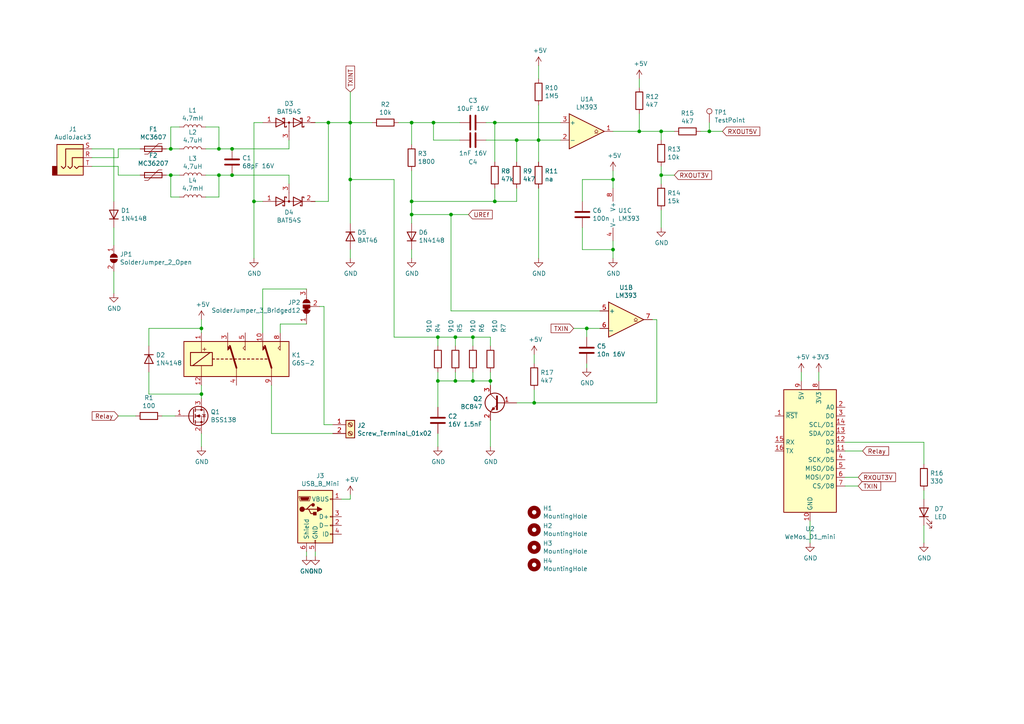
<source format=kicad_sch>
(kicad_sch (version 20211123) (generator eeschema)
  (paper "A4")
  (lib_symbols
    (symbol "Comparator:LM393" (pin_names (offset 0.127))
      (property "Reference" "U" (at 3.81 3.81 0))
      (property "Value" "LM393" (at 6.35 -3.81 0))
      (symbol "LM393_1_1"
        (polyline (pts (xy -5.08 5.08) (xy 5.08 0) (xy -5.08 -5.08) (xy -5.08 5.08)) (stroke (width 0.254)) (fill (type background)))
        (polyline (pts (xy 3.302 -0.508) (xy 2.794 -0.508) (xy 3.302 0) (xy 2.794 0.508) (xy 2.286 0) (xy 2.794 -0.508) (xy 2.286 -0.508)) (stroke (width 0.127)))
        (pin open_collector line (at 7.62 0 180) (length 2.54) (name "~") (number "1"))
        (pin input line (at -7.62 -2.54 0) (length 2.54) (name "-") (number "2"))
        (pin input line (at -7.62 2.54 0) (length 2.54) (name "+") (number "3"))
      )
      (symbol "LM393_2_1"
        (polyline (pts (xy -5.08 5.08) (xy 5.08 0) (xy -5.08 -5.08) (xy -5.08 5.08)) (stroke (width 0.254)) (fill (type background)))
        (polyline (pts (xy 3.302 -0.508) (xy 2.794 -0.508) (xy 3.302 0) (xy 2.794 0.508) (xy 2.286 0) (xy 2.794 -0.508) (xy 2.286 -0.508)) (stroke (width 0.127)))
        (pin input line (at -7.62 2.54 0) (length 2.54) (name "+") (number "5"))
        (pin input line (at -7.62 -2.54 0) (length 2.54) (name "_") (number "6"))
        (pin open_collector line (at 7.62 0 180) (length 2.54) (name "~") (number "7"))
      )
      (symbol "LM393_3_1"
        (pin power_in line (at -2.54 -7.62 90) (length 3.81) (name "V-") (number "4"))
        (pin power_in line (at -2.54 7.62 270) (length 3.81) (name "V+") (number "8"))
      )
    )
    (symbol "Connector:AudioJack3"
      (property "Reference" "J" (at 0 8.89 0))
      (property "Value" "AudioJack3" (at 0 6.35 0))
      (symbol "AudioJack3_0_1"
        (rectangle (start -5.08 -5.08) (end -6.35 -2.54) (stroke (width 0.254)) (fill (type outline)))
        (polyline (pts (xy 0 -2.54) (xy 0.635 -3.175) (xy 1.27 -2.54) (xy 2.54 -2.54)) (stroke (width 0.254)))
        (polyline (pts (xy -1.905 -2.54) (xy -1.27 -3.175) (xy -0.635 -2.54) (xy -0.635 0) (xy 2.54 0)) (stroke (width 0.254)))
        (polyline (pts (xy 2.54 2.54) (xy -2.54 2.54) (xy -2.54 -2.54) (xy -3.175 -3.175) (xy -3.81 -2.54)) (stroke (width 0.254)))
        (rectangle (start 2.54 3.81) (end -5.08 -5.08) (stroke (width 0.254)) (fill (type background)))
      )
      (symbol "AudioJack3_1_1"
        (pin passive line (at 5.08 0 180) (length 2.54) (name "~") (number "R"))
        (pin passive line (at 5.08 2.54 180) (length 2.54) (name "~") (number "S"))
        (pin passive line (at 5.08 -2.54 180) (length 2.54) (name "~") (number "T"))
      )
    )
    (symbol "Connector:Screw_Terminal_01x02" (pin_names (offset 1.016) hide)
      (property "Reference" "J" (at 0 2.54 0))
      (property "Value" "Screw_Terminal_01x02" (at 0 -5.08 0))
      (symbol "Screw_Terminal_01x02_1_1"
        (rectangle (start -1.27 1.27) (end 1.27 -3.81) (stroke (width 0.254)) (fill (type background)))
        (circle (center 0 -2.54) (radius 0.635) (stroke (width 0.1524)))
        (polyline (pts (xy -0.5334 -2.2098) (xy 0.3302 -3.048)) (stroke (width 0.1524)))
        (polyline (pts (xy -0.5334 0.3302) (xy 0.3302 -0.508)) (stroke (width 0.1524)))
        (polyline (pts (xy -0.3556 -2.032) (xy 0.508 -2.8702)) (stroke (width 0.1524)))
        (polyline (pts (xy -0.3556 0.508) (xy 0.508 -0.3302)) (stroke (width 0.1524)))
        (circle (center 0 0) (radius 0.635) (stroke (width 0.1524)))
        (pin passive line (at -5.08 0 0) (length 3.81) (name "Pin_1") (number "1"))
        (pin passive line (at -5.08 -2.54 0) (length 3.81) (name "Pin_2") (number "2"))
      )
    )
    (symbol "Connector:TestPoint" (pin_numbers hide) (pin_names (offset 0.762) hide)
      (property "Reference" "TP" (at 0 6.858 0))
      (property "Value" "TestPoint" (at 0 5.08 0))
      (symbol "TestPoint_0_1"
        (circle (center 0 3.302) (radius 0.762))
      )
      (symbol "TestPoint_1_1"
        (pin passive line (at 0 0 90) (length 2.54) (name "1") (number "1"))
      )
    )
    (symbol "Connector:USB_B_Mini" (pin_names (offset 1.016))
      (property "Reference" "J" (at -5.08 11.43 0))
      (property "Value" "USB_B_Mini" (at -5.08 8.89 0))
      (symbol "USB_B_Mini_0_1"
        (rectangle (start -5.08 -7.62) (end 5.08 7.62) (stroke (width 0.254)) (fill (type background)))
        (circle (center -3.81 2.159) (radius 0.635) (stroke (width 0.254)) (fill (type outline)))
        (circle (center -0.635 3.429) (radius 0.381) (stroke (width 0.254)) (fill (type outline)))
        (rectangle (start -0.127 -7.62) (end 0.127 -6.858))
        (polyline (pts (xy -1.905 2.159) (xy 0.635 2.159)) (stroke (width 0.254)))
        (polyline (pts (xy -3.175 2.159) (xy -2.54 2.159) (xy -1.27 3.429) (xy -0.635 3.429)) (stroke (width 0.254)))
        (polyline (pts (xy -2.54 2.159) (xy -1.905 2.159) (xy -1.27 0.889) (xy 0 0.889)) (stroke (width 0.254)))
        (polyline (pts (xy 0.635 2.794) (xy 0.635 1.524) (xy 1.905 2.159) (xy 0.635 2.794)) (stroke (width 0.254)) (fill (type outline)))
        (polyline (pts (xy -4.318 5.588) (xy -1.778 5.588) (xy -2.032 4.826) (xy -4.064 4.826) (xy -4.318 5.588)) (fill (type outline)))
        (polyline (pts (xy -4.699 5.842) (xy -4.699 5.588) (xy -4.445 4.826) (xy -4.445 4.572) (xy -1.651 4.572) (xy -1.651 4.826) (xy -1.397 5.588) (xy -1.397 5.842) (xy -4.699 5.842)))
        (rectangle (start 0.254 1.27) (end -0.508 0.508) (stroke (width 0.254)) (fill (type outline)))
        (rectangle (start 5.08 -5.207) (end 4.318 -4.953))
        (rectangle (start 5.08 -2.667) (end 4.318 -2.413))
        (rectangle (start 5.08 -0.127) (end 4.318 0.127))
        (rectangle (start 5.08 4.953) (end 4.318 5.207))
      )
      (symbol "USB_B_Mini_1_1"
        (pin power_out line (at 7.62 5.08 180) (length 2.54) (name "VBUS") (number "1"))
        (pin bidirectional line (at 7.62 -2.54 180) (length 2.54) (name "D-") (number "2"))
        (pin bidirectional line (at 7.62 0 180) (length 2.54) (name "D+") (number "3"))
        (pin passive line (at 7.62 -5.08 180) (length 2.54) (name "ID") (number "4"))
        (pin power_out line (at 0 -10.16 90) (length 2.54) (name "GND") (number "5"))
        (pin passive line (at -2.54 -10.16 90) (length 2.54) (name "Shield") (number "6"))
      )
    )
    (symbol "Device:C" (pin_numbers hide) (pin_names (offset 0.254))
      (property "Reference" "C" (at 0.635 2.54 0))
      (property "Value" "C" (at 0.635 -2.54 0))
      (symbol "C_0_1"
        (polyline (pts (xy -2.032 -0.762) (xy 2.032 -0.762)) (stroke (width 0.508)))
        (polyline (pts (xy -2.032 0.762) (xy 2.032 0.762)) (stroke (width 0.508)))
      )
      (symbol "C_1_1"
        (pin passive line (at 0 3.81 270) (length 2.794) (name "~") (number "1"))
        (pin passive line (at 0 -3.81 90) (length 2.794) (name "~") (number "2"))
      )
    )
    (symbol "Device:D" (pin_numbers hide) (pin_names (offset 1.016) hide)
      (property "Reference" "D" (at 0 2.54 0))
      (property "Value" "D" (at 0 -2.54 0))
      (symbol "D_0_1"
        (polyline (pts (xy -1.27 1.27) (xy -1.27 -1.27)) (stroke (width 0.254)))
        (polyline (pts (xy 1.27 0) (xy -1.27 0)))
        (polyline (pts (xy 1.27 1.27) (xy 1.27 -1.27) (xy -1.27 0) (xy 1.27 1.27)) (stroke (width 0.254)))
      )
      (symbol "D_1_1"
        (pin passive line (at -3.81 0 0) (length 2.54) (name "K") (number "1"))
        (pin passive line (at 3.81 0 180) (length 2.54) (name "A") (number "2"))
      )
    )
    (symbol "Device:D_Schottky_x2_Serial_AKC" (pin_names (offset 0.762) hide)
      (property "Reference" "D" (at 1.27 -2.54 0))
      (property "Value" "Device_D_Schottky_x2_Serial_AKC" (at 0 2.54 0))
      (symbol "D_Schottky_x2_Serial_AKC_0_1"
        (polyline (pts (xy -3.81 0) (xy 3.81 0)))
        (polyline (pts (xy 0 0) (xy 0 -2.54)))
        (polyline (pts (xy 6.35 0) (xy 7.62 0)))
        (polyline (pts (xy -1.27 -1.27) (xy -1.27 1.27) (xy -1.27 1.27)) (stroke (width 0.254)))
        (polyline (pts (xy 3.81 1.27) (xy 3.81 -1.27) (xy 3.81 -1.27)) (stroke (width 0.254)))
        (polyline (pts (xy -1.27 -1.27) (xy -0.762 -1.27) (xy -0.762 -1.016) (xy -0.762 -1.016)) (stroke (width 0.254)))
        (polyline (pts (xy 3.81 -1.27) (xy 4.318 -1.27) (xy 4.318 -1.016) (xy 4.318 -1.016)) (stroke (width 0.254)))
        (polyline (pts (xy 3.81 1.27) (xy 3.302 1.27) (xy 3.302 1.016) (xy 3.302 1.016)) (stroke (width 0.254)))
        (polyline (pts (xy -1.778 1.016) (xy -1.778 1.27) (xy -1.27 1.27) (xy -1.27 1.27) (xy -1.27 1.27)) (stroke (width 0.254)))
        (polyline (pts (xy -3.81 1.27) (xy -1.27 0) (xy -3.81 -1.27) (xy -3.81 1.27) (xy -3.81 1.27) (xy -3.81 1.27)) (stroke (width 0.254)))
        (polyline (pts (xy 1.27 1.27) (xy 3.81 0) (xy 1.27 -1.27) (xy 1.27 1.27) (xy 1.27 1.27) (xy 1.27 1.27)) (stroke (width 0.254)))
        (circle (center 0 0) (radius 0.254) (fill (type outline)))
        (pin passive line (at -7.62 0 0) (length 3.81) (name "A") (number "1"))
        (pin passive line (at 7.62 0 180) (length 3.81) (name "K") (number "2"))
        (pin passive line (at 0 -5.08 90) (length 2.54) (name "common") (number "3"))
      )
    )
    (symbol "Device:L" (pin_numbers hide) (pin_names (offset 1.016) hide)
      (property "Reference" "L" (at -1.27 0 90))
      (property "Value" "L" (at 1.905 0 90))
      (symbol "L_0_1"
        (arc (start 0 -2.54) (mid 0.635 -1.905) (end 0 -1.27))
        (arc (start 0 -1.27) (mid 0.635 -0.635) (end 0 0))
        (arc (start 0 0) (mid 0.635 0.635) (end 0 1.27))
        (arc (start 0 1.27) (mid 0.635 1.905) (end 0 2.54))
      )
      (symbol "L_1_1"
        (pin passive line (at 0 3.81 270) (length 1.27) (name "1") (number "1"))
        (pin passive line (at 0 -3.81 90) (length 1.27) (name "2") (number "2"))
      )
    )
    (symbol "Device:LED" (pin_numbers hide) (pin_names (offset 1.016) hide)
      (property "Reference" "D" (at 0 2.54 0))
      (property "Value" "LED" (at 0 -2.54 0))
      (symbol "LED_0_1"
        (polyline (pts (xy -1.27 -1.27) (xy -1.27 1.27)) (stroke (width 0.254)))
        (polyline (pts (xy -1.27 0) (xy 1.27 0)))
        (polyline (pts (xy 1.27 -1.27) (xy 1.27 1.27) (xy -1.27 0) (xy 1.27 -1.27)) (stroke (width 0.254)))
        (polyline (pts (xy -3.048 -0.762) (xy -4.572 -2.286) (xy -3.81 -2.286) (xy -4.572 -2.286) (xy -4.572 -1.524)))
        (polyline (pts (xy -1.778 -0.762) (xy -3.302 -2.286) (xy -2.54 -2.286) (xy -3.302 -2.286) (xy -3.302 -1.524)))
      )
      (symbol "LED_1_1"
        (pin passive line (at -3.81 0 0) (length 2.54) (name "K") (number "1"))
        (pin passive line (at 3.81 0 180) (length 2.54) (name "A") (number "2"))
      )
    )
    (symbol "Device:Polyfuse" (pin_numbers hide) (pin_names (offset 0))
      (property "Reference" "F" (at -2.54 0 90))
      (property "Value" "Polyfuse" (at 2.54 0 90))
      (symbol "Polyfuse_0_1"
        (rectangle (start -0.762 2.54) (end 0.762 -2.54) (stroke (width 0.254)))
        (polyline (pts (xy 0 2.54) (xy 0 -2.54)))
        (polyline (pts (xy -1.524 2.54) (xy -1.524 1.524) (xy 1.524 -1.524) (xy 1.524 -2.54)))
      )
      (symbol "Polyfuse_1_1"
        (pin passive line (at 0 3.81 270) (length 1.27) (name "~") (number "1"))
        (pin passive line (at 0 -3.81 90) (length 1.27) (name "~") (number "2"))
      )
    )
    (symbol "Device:R" (pin_numbers hide) (pin_names (offset 0))
      (property "Reference" "R" (at 2.032 0 90))
      (property "Value" "R" (at 0 0 90))
      (symbol "R_0_1"
        (rectangle (start -1.016 -2.54) (end 1.016 2.54) (stroke (width 0.254)))
      )
      (symbol "R_1_1"
        (pin passive line (at 0 3.81 270) (length 1.27) (name "~") (number "1"))
        (pin passive line (at 0 -3.81 90) (length 1.27) (name "~") (number "2"))
      )
    )
    (symbol "Jumper:SolderJumper_2_Open" (pin_names (offset 0) hide)
      (property "Reference" "JP" (at 0 2.032 0))
      (property "Value" "SolderJumper_2_Open" (at 0 -2.54 0))
      (symbol "SolderJumper_2_Open_0_1"
        (arc (start -0.254 1.016) (mid -1.27 0) (end -0.254 -1.016))
        (arc (start -0.254 1.016) (mid -1.27 0) (end -0.254 -1.016) (fill (type outline)))
        (polyline (pts (xy -0.254 1.016) (xy -0.254 -1.016)))
        (polyline (pts (xy 0.254 1.016) (xy 0.254 -1.016)))
        (arc (start 0.254 -1.016) (mid 1.27 0) (end 0.254 1.016))
        (arc (start 0.254 -1.016) (mid 1.27 0) (end 0.254 1.016) (fill (type outline)))
      )
      (symbol "SolderJumper_2_Open_1_1"
        (pin passive line (at -3.81 0 0) (length 2.54) (name "A") (number "1"))
        (pin passive line (at 3.81 0 180) (length 2.54) (name "B") (number "2"))
      )
    )
    (symbol "Jumper:SolderJumper_3_Bridged12" (pin_names (offset 0) hide)
      (property "Reference" "JP" (at -2.54 -2.54 0))
      (property "Value" "SolderJumper_3_Bridged12" (at 0 2.794 0))
      (symbol "SolderJumper_3_Bridged12_0_1"
        (rectangle (start -1.016 0.508) (end -0.508 -0.508) (fill (type outline)))
        (arc (start -1.016 1.016) (mid -2.032 0) (end -1.016 -1.016))
        (arc (start -1.016 1.016) (mid -2.032 0) (end -1.016 -1.016) (fill (type outline)))
        (rectangle (start -0.508 1.016) (end 0.508 -1.016) (fill (type outline)))
        (polyline (pts (xy -2.54 0) (xy -2.032 0)))
        (polyline (pts (xy -1.016 1.016) (xy -1.016 -1.016)))
        (polyline (pts (xy 0 -1.27) (xy 0 -1.016)))
        (polyline (pts (xy 1.016 1.016) (xy 1.016 -1.016)))
        (polyline (pts (xy 2.54 0) (xy 2.032 0)))
        (arc (start 1.016 -1.016) (mid 2.032 0) (end 1.016 1.016))
        (arc (start 1.016 -1.016) (mid 2.032 0) (end 1.016 1.016) (fill (type outline)))
      )
      (symbol "SolderJumper_3_Bridged12_1_1"
        (pin passive line (at -5.08 0 0) (length 2.54) (name "A") (number "1"))
        (pin passive line (at 0 -3.81 90) (length 2.54) (name "C") (number "2"))
        (pin passive line (at 5.08 0 180) (length 2.54) (name "B") (number "3"))
      )
    )
    (symbol "MCU_Module:WeMos_D1_mini"
      (property "Reference" "U" (at 3.81 19.05 0))
      (property "Value" "WeMos_D1_mini" (at 1.27 -19.05 0))
      (symbol "WeMos_D1_mini_1_1"
        (rectangle (start -7.62 17.78) (end 7.62 -17.78) (stroke (width 0.254)) (fill (type background)))
        (pin input line (at -10.16 10.16 0) (length 2.54) (name "~{RST}") (number "1"))
        (pin power_in line (at 0 -20.32 90) (length 2.54) (name "GND") (number "10"))
        (pin bidirectional line (at 10.16 0 180) (length 2.54) (name "D4") (number "11"))
        (pin bidirectional line (at 10.16 2.54 180) (length 2.54) (name "D3") (number "12"))
        (pin bidirectional line (at 10.16 5.08 180) (length 2.54) (name "SDA/D2") (number "13"))
        (pin bidirectional line (at 10.16 7.62 180) (length 2.54) (name "SCL/D1") (number "14"))
        (pin input line (at -10.16 2.54 0) (length 2.54) (name "RX") (number "15"))
        (pin output line (at -10.16 0 0) (length 2.54) (name "TX") (number "16"))
        (pin input line (at 10.16 12.7 180) (length 2.54) (name "A0") (number "2"))
        (pin bidirectional line (at 10.16 10.16 180) (length 2.54) (name "D0") (number "3"))
        (pin bidirectional line (at 10.16 -2.54 180) (length 2.54) (name "SCK/D5") (number "4"))
        (pin bidirectional line (at 10.16 -5.08 180) (length 2.54) (name "MISO/D6") (number "5"))
        (pin bidirectional line (at 10.16 -7.62 180) (length 2.54) (name "MOSI/D7") (number "6"))
        (pin bidirectional line (at 10.16 -10.16 180) (length 2.54) (name "CS/D8") (number "7"))
        (pin power_out line (at 2.54 20.32 270) (length 2.54) (name "3V3") (number "8"))
        (pin power_in line (at -2.54 20.32 270) (length 2.54) (name "5V") (number "9"))
      )
    )
    (symbol "Mechanical:MountingHole" (pin_names (offset 1.016))
      (property "Reference" "H" (at 0 5.08 0))
      (property "Value" "MountingHole" (at 0 3.175 0))
      (symbol "MountingHole_0_1"
        (circle (center 0 0) (radius 1.27) (stroke (width 1.27)))
      )
    )
    (symbol "Relay:G6S-2"
      (property "Reference" "K" (at 16.51 3.81 0))
      (property "Value" "G6S-2" (at 16.51 1.27 0))
      (symbol "G6S-2_0_0"
        (text "+" (at -9.271 2.921 0) (effects (font (size 1.27 1.27))))
      )
      (symbol "G6S-2_0_1"
        (rectangle (start -15.24 5.08) (end 15.24 -5.08) (stroke (width 0.254)) (fill (type background)))
        (rectangle (start -13.335 1.905) (end -6.985 -1.905) (stroke (width 0.254)))
        (polyline (pts (xy -12.7 -1.905) (xy -7.62 1.905)) (stroke (width 0.254)))
        (polyline (pts (xy -10.16 -5.08) (xy -10.16 -1.905)))
        (polyline (pts (xy -10.16 5.08) (xy -10.16 1.905)))
        (polyline (pts (xy -6.985 0) (xy -6.35 0)) (stroke (width 0.254)))
        (polyline (pts (xy -5.715 0) (xy -5.08 0)) (stroke (width 0.254)))
        (polyline (pts (xy -4.445 0) (xy -3.81 0)) (stroke (width 0.254)))
        (polyline (pts (xy -3.175 0) (xy -2.54 0)) (stroke (width 0.254)))
        (polyline (pts (xy -1.905 0) (xy -1.27 0)) (stroke (width 0.254)))
        (polyline (pts (xy -0.635 0) (xy 0 0)) (stroke (width 0.254)))
        (polyline (pts (xy 0 -2.54) (xy -1.905 3.81)) (stroke (width 0.508)))
        (polyline (pts (xy 0 -2.54) (xy 0 -5.08)))
        (polyline (pts (xy 0.635 0) (xy 1.27 0)) (stroke (width 0.254)))
        (polyline (pts (xy 1.905 0) (xy 2.54 0)) (stroke (width 0.254)))
        (polyline (pts (xy 3.175 0) (xy 3.81 0)) (stroke (width 0.254)))
        (polyline (pts (xy 4.445 0) (xy 5.08 0)) (stroke (width 0.254)))
        (polyline (pts (xy 5.715 0) (xy 6.35 0)) (stroke (width 0.254)))
        (polyline (pts (xy 6.985 0) (xy 7.62 0)) (stroke (width 0.254)))
        (polyline (pts (xy 8.255 0) (xy 8.89 0)) (stroke (width 0.254)))
        (polyline (pts (xy 10.16 -2.54) (xy 8.255 3.81)) (stroke (width 0.508)))
        (polyline (pts (xy 10.16 -2.54) (xy 10.16 -5.08)))
        (polyline (pts (xy -2.54 5.08) (xy -2.54 2.54) (xy -1.905 3.175) (xy -2.54 3.81)) (fill (type outline)))
        (polyline (pts (xy 2.54 5.08) (xy 2.54 2.54) (xy 1.905 3.175) (xy 2.54 3.81)))
        (polyline (pts (xy 7.62 5.08) (xy 7.62 2.54) (xy 8.255 3.175) (xy 7.62 3.81)) (fill (type outline)))
        (polyline (pts (xy 12.7 5.08) (xy 12.7 2.54) (xy 12.065 3.175) (xy 12.7 3.81)))
      )
      (symbol "G6S-2_1_1"
        (pin passive line (at -10.16 7.62 270) (length 2.54) (name "~") (number "1"))
        (pin passive line (at 7.62 7.62 270) (length 2.54) (name "~") (number "10"))
        (pin passive line (at -10.16 -7.62 90) (length 2.54) (name "~") (number "12"))
        (pin passive line (at -2.54 7.62 270) (length 2.54) (name "~") (number "3"))
        (pin passive line (at 0 -7.62 90) (length 2.54) (name "~") (number "4"))
        (pin passive line (at 2.54 7.62 270) (length 2.54) (name "~") (number "5"))
        (pin passive line (at 12.7 7.62 270) (length 2.54) (name "~") (number "8"))
        (pin passive line (at 10.16 -7.62 90) (length 2.54) (name "~") (number "9"))
      )
    )
    (symbol "Transistor_BJT:BC847" (pin_names (offset 0) hide)
      (property "Reference" "Q" (at 5.08 1.905 0))
      (property "Value" "BC847" (at 5.08 0 0))
      (symbol "BC847_0_1"
        (polyline (pts (xy 0.635 0.635) (xy 2.54 2.54)))
        (polyline (pts (xy 0.635 -0.635) (xy 2.54 -2.54) (xy 2.54 -2.54)))
        (polyline (pts (xy 0.635 1.905) (xy 0.635 -1.905) (xy 0.635 -1.905)) (stroke (width 0.508)))
        (polyline (pts (xy 1.27 -1.778) (xy 1.778 -1.27) (xy 2.286 -2.286) (xy 1.27 -1.778) (xy 1.27 -1.778)) (fill (type outline)))
        (circle (center 1.27 0) (radius 2.8194) (stroke (width 0.254)))
      )
      (symbol "BC847_1_1"
        (pin input line (at -5.08 0 0) (length 5.715) (name "B") (number "1"))
        (pin passive line (at 2.54 -5.08 90) (length 2.54) (name "E") (number "2"))
        (pin passive line (at 2.54 5.08 270) (length 2.54) (name "C") (number "3"))
      )
    )
    (symbol "Transistor_FET:BSS138" (pin_names hide)
      (property "Reference" "Q" (at 5.08 1.905 0))
      (property "Value" "BSS138" (at 5.08 0 0))
      (symbol "BSS138_0_1"
        (polyline (pts (xy 0.254 0) (xy -2.54 0)))
        (polyline (pts (xy 0.254 1.905) (xy 0.254 -1.905)) (stroke (width 0.254)))
        (polyline (pts (xy 0.762 -1.27) (xy 0.762 -2.286)) (stroke (width 0.254)))
        (polyline (pts (xy 0.762 0.508) (xy 0.762 -0.508)) (stroke (width 0.254)))
        (polyline (pts (xy 0.762 2.286) (xy 0.762 1.27)) (stroke (width 0.254)))
        (polyline (pts (xy 2.54 2.54) (xy 2.54 1.778)))
        (polyline (pts (xy 2.54 -2.54) (xy 2.54 0) (xy 0.762 0)))
        (polyline (pts (xy 0.762 -1.778) (xy 3.302 -1.778) (xy 3.302 1.778) (xy 0.762 1.778)))
        (polyline (pts (xy 1.016 0) (xy 2.032 0.381) (xy 2.032 -0.381) (xy 1.016 0)) (fill (type outline)))
        (polyline (pts (xy 2.794 0.508) (xy 2.921 0.381) (xy 3.683 0.381) (xy 3.81 0.254)))
        (polyline (pts (xy 3.302 0.381) (xy 2.921 -0.254) (xy 3.683 -0.254) (xy 3.302 0.381)))
        (circle (center 1.651 0) (radius 2.794) (stroke (width 0.254)))
        (circle (center 2.54 -1.778) (radius 0.254) (fill (type outline)))
        (circle (center 2.54 1.778) (radius 0.254) (fill (type outline)))
      )
      (symbol "BSS138_1_1"
        (pin input line (at -5.08 0 0) (length 2.54) (name "G") (number "1"))
        (pin passive line (at 2.54 -5.08 90) (length 2.54) (name "S") (number "2"))
        (pin passive line (at 2.54 5.08 270) (length 2.54) (name "D") (number "3"))
      )
    )
    (symbol "power:+3V3" (power) (pin_names (offset 0))
      (property "Value" "+3V3" (at 0 3.556 0))
      (symbol "+3V3_0_1"
        (polyline (pts (xy -0.762 1.27) (xy 0 2.54)))
        (polyline (pts (xy 0 0) (xy 0 2.54)))
        (polyline (pts (xy 0 2.54) (xy 0.762 1.27)))
      )
      (symbol "+3V3_1_1"
        (pin power_in line (at 0 0 90) (length 0) hide (name "+3V3") (number "1"))
      )
    )
    (symbol "power:+5V" (power) (pin_names (offset 0))
      (property "Value" "+5V" (at 0 3.556 0))
      (symbol "+5V_0_1"
        (polyline (pts (xy -0.762 1.27) (xy 0 2.54)))
        (polyline (pts (xy 0 0) (xy 0 2.54)))
        (polyline (pts (xy 0 2.54) (xy 0.762 1.27)))
      )
      (symbol "+5V_1_1"
        (pin power_in line (at 0 0 90) (length 0) hide (name "+5V") (number "1"))
      )
    )
    (symbol "power:GND" (power) (pin_names (offset 0))
      (property "Value" "GND" (at 0 -3.81 0))
      (symbol "GND_0_1"
        (polyline (pts (xy 0 0) (xy 0 -1.27) (xy 1.27 -1.27) (xy 0 -2.54) (xy -1.27 -1.27) (xy 0 -1.27)))
      )
      (symbol "GND_1_1"
        (pin power_in line (at 0 0 270) (length 0) hide (name "GND") (number "1"))
      )
    )
  )
  (junction (at 63.5 43.18))
  (junction (at 137.16 110.49))
  (junction (at 127 97.79))
  (junction (at 67.31 43.18))
  (junction (at 132.08 110.49))
  (junction (at 185.42 38.1))
  (junction (at 170.18 95.25))
  (junction (at 119.38 58.42))
  (junction (at 137.16 97.79))
  (junction (at 132.08 97.79))
  (junction (at 205.74 38.1))
  (junction (at 143.51 35.56))
  (junction (at 63.5 50.8))
  (junction (at 191.77 50.8))
  (junction (at 130.81 62.23))
  (junction (at 142.24 110.49))
  (junction (at 58.42 114.3))
  (junction (at 101.6 35.56))
  (junction (at 49.53 50.8))
  (junction (at 143.51 58.42))
  (junction (at 95.25 35.56))
  (junction (at 73.66 58.42))
  (junction (at 156.21 40.64))
  (junction (at 49.53 43.18))
  (junction (at 67.31 50.8))
  (junction (at 154.94 116.84))
  (junction (at 125.73 35.56))
  (junction (at 119.38 35.56))
  (junction (at 177.8 72.39))
  (junction (at 119.38 62.23))
  (junction (at 149.86 40.64))
  (junction (at 101.6 52.07))
  (junction (at 127 110.49))
  (junction (at 58.42 95.25))
  (junction (at 191.77 38.1))
  (junction (at 177.8 52.07))
  (wire (pts (xy 63.5 57.15) (xy 63.5 50.8)))
  (wire (pts (xy 26.67 48.26) (xy 34.29 48.26)))
  (wire (pts (xy 245.11 130.81) (xy 250.19 130.81)))
  (wire (pts (xy 137.16 100.33) (xy 137.16 97.79)))
  (wire (pts (xy 76.2 83.82) (xy 88.9 83.82)))
  (wire (pts (xy 58.42 95.25) (xy 58.42 92.71)))
  (wire (pts (xy 58.42 114.3) (xy 58.42 115.57)))
  (wire (pts (xy 170.18 97.79) (xy 170.18 95.25)))
  (wire (pts (xy 58.42 111.76) (xy 58.42 114.3)))
  (wire (pts (xy 73.66 58.42) (xy 76.2 58.42)))
  (wire (pts (xy 191.77 48.26) (xy 191.77 50.8)))
  (wire (pts (xy 58.42 129.54) (xy 58.42 125.73)))
  (wire (pts (xy 267.97 134.62) (xy 267.97 128.27)))
  (wire (pts (xy 168.91 72.39) (xy 177.8 72.39)))
  (wire (pts (xy 63.5 43.18) (xy 67.31 43.18)))
  (wire (pts (xy 185.42 25.4) (xy 185.42 22.86)))
  (wire (pts (xy 143.51 35.56) (xy 162.56 35.56)))
  (wire (pts (xy 119.38 35.56) (xy 119.38 41.91)))
  (wire (pts (xy 132.08 97.79) (xy 137.16 97.79)))
  (wire (pts (xy 237.49 110.49) (xy 237.49 107.95)))
  (wire (pts (xy 130.81 62.23) (xy 135.89 62.23)))
  (wire (pts (xy 81.28 96.52) (xy 81.28 93.98)))
  (wire (pts (xy 119.38 74.93) (xy 119.38 72.39)))
  (wire (pts (xy 83.82 43.18) (xy 83.82 40.64)))
  (wire (pts (xy 43.18 114.3) (xy 43.18 107.95)))
  (wire (pts (xy 59.69 36.83) (xy 63.5 36.83)))
  (wire (pts (xy 154.94 116.84) (xy 149.86 116.84)))
  (wire (pts (xy 33.02 43.18) (xy 33.02 58.42)))
  (wire (pts (xy 142.24 111.76) (xy 142.24 110.49)))
  (wire (pts (xy 125.73 40.64) (xy 125.73 35.56)))
  (wire (pts (xy 166.37 95.25) (xy 170.18 95.25)))
  (wire (pts (xy 143.51 46.99) (xy 143.51 35.56)))
  (wire (pts (xy 248.92 138.43) (xy 245.11 138.43)))
  (wire (pts (xy 168.91 52.07) (xy 168.91 58.42)))
  (wire (pts (xy 203.2 38.1) (xy 205.74 38.1)))
  (wire (pts (xy 149.86 40.64) (xy 140.97 40.64)))
  (wire (pts (xy 142.24 129.54) (xy 142.24 121.92)))
  (wire (pts (xy 95.25 58.42) (xy 91.44 58.42)))
  (wire (pts (xy 170.18 106.68) (xy 170.18 105.41)))
  (wire (pts (xy 170.18 95.25) (xy 173.99 95.25)))
  (wire (pts (xy 143.51 58.42) (xy 143.51 54.61)))
  (wire (pts (xy 267.97 144.78) (xy 267.97 142.24)))
  (wire (pts (xy 177.8 52.07) (xy 168.91 52.07)))
  (wire (pts (xy 49.53 50.8) (xy 52.07 50.8)))
  (wire (pts (xy 33.02 78.74) (xy 33.02 85.09)))
  (wire (pts (xy 191.77 50.8) (xy 191.77 53.34)))
  (wire (pts (xy 76.2 35.56) (xy 73.66 35.56)))
  (wire (pts (xy 132.08 110.49) (xy 127 110.49)))
  (wire (pts (xy 130.81 62.23) (xy 130.81 90.17)))
  (wire (pts (xy 154.94 102.87) (xy 154.94 105.41)))
  (wire (pts (xy 248.92 140.97) (xy 245.11 140.97)))
  (wire (pts (xy 59.69 50.8) (xy 63.5 50.8)))
  (wire (pts (xy 205.74 35.56) (xy 205.74 38.1)))
  (wire (pts (xy 101.6 52.07) (xy 114.3 52.07)))
  (wire (pts (xy 125.73 35.56) (xy 119.38 35.56)))
  (wire (pts (xy 156.21 74.93) (xy 156.21 54.61)))
  (wire (pts (xy 95.25 35.56) (xy 101.6 35.56)))
  (wire (pts (xy 49.53 36.83) (xy 52.07 36.83)))
  (wire (pts (xy 119.38 58.42) (xy 143.51 58.42)))
  (wire (pts (xy 191.77 38.1) (xy 191.77 40.64)))
  (wire (pts (xy 185.42 38.1) (xy 191.77 38.1)))
  (wire (pts (xy 99.06 144.78) (xy 101.6 144.78)))
  (wire (pts (xy 156.21 40.64) (xy 162.56 40.64)))
  (wire (pts (xy 190.5 116.84) (xy 154.94 116.84)))
  (wire (pts (xy 191.77 50.8) (xy 195.58 50.8)))
  (wire (pts (xy 127 110.49) (xy 127 107.95)))
  (wire (pts (xy 156.21 40.64) (xy 156.21 46.99)))
  (wire (pts (xy 191.77 38.1) (xy 195.58 38.1)))
  (wire (pts (xy 49.53 43.18) (xy 52.07 43.18)))
  (wire (pts (xy 73.66 35.56) (xy 73.66 58.42)))
  (wire (pts (xy 67.31 50.8) (xy 83.82 50.8)))
  (wire (pts (xy 48.26 43.18) (xy 49.53 43.18)))
  (wire (pts (xy 154.94 113.03) (xy 154.94 116.84)))
  (wire (pts (xy 101.6 35.56) (xy 107.95 35.56)))
  (wire (pts (xy 156.21 40.64) (xy 156.21 30.48)))
  (wire (pts (xy 101.6 144.78) (xy 101.6 143.51)))
  (wire (pts (xy 34.29 43.18) (xy 40.64 43.18)))
  (wire (pts (xy 137.16 110.49) (xy 137.16 107.95)))
  (wire (pts (xy 267.97 128.27) (xy 245.11 128.27)))
  (wire (pts (xy 185.42 38.1) (xy 185.42 33.02)))
  (wire (pts (xy 63.5 50.8) (xy 67.31 50.8)))
  (wire (pts (xy 26.67 43.18) (xy 33.02 43.18)))
  (wire (pts (xy 137.16 110.49) (xy 132.08 110.49)))
  (wire (pts (xy 34.29 48.26) (xy 34.29 50.8)))
  (wire (pts (xy 26.67 45.72) (xy 34.29 45.72)))
  (wire (pts (xy 119.38 62.23) (xy 130.81 62.23)))
  (wire (pts (xy 190.5 92.71) (xy 190.5 116.84)))
  (wire (pts (xy 76.2 96.52) (xy 76.2 83.82)))
  (wire (pts (xy 114.3 52.07) (xy 114.3 97.79)))
  (wire (pts (xy 67.31 43.18) (xy 83.82 43.18)))
  (wire (pts (xy 177.8 38.1) (xy 185.42 38.1)))
  (wire (pts (xy 189.23 92.71) (xy 190.5 92.71)))
  (wire (pts (xy 101.6 72.39) (xy 101.6 74.93)))
  (wire (pts (xy 78.74 111.76) (xy 78.74 125.73)))
  (wire (pts (xy 142.24 110.49) (xy 142.24 107.95)))
  (wire (pts (xy 93.98 123.19) (xy 96.52 123.19)))
  (wire (pts (xy 133.35 40.64) (xy 125.73 40.64)))
  (wire (pts (xy 101.6 35.56) (xy 101.6 52.07)))
  (wire (pts (xy 63.5 36.83) (xy 63.5 43.18)))
  (wire (pts (xy 101.6 52.07) (xy 101.6 64.77)))
  (wire (pts (xy 177.8 72.39) (xy 177.8 74.93)))
  (wire (pts (xy 205.74 38.1) (xy 209.55 38.1)))
  (wire (pts (xy 142.24 110.49) (xy 137.16 110.49)))
  (wire (pts (xy 234.95 157.48) (xy 234.95 151.13)))
  (wire (pts (xy 49.53 43.18) (xy 49.53 36.83)))
  (wire (pts (xy 91.44 161.29) (xy 91.44 160.02)))
  (wire (pts (xy 119.38 62.23) (xy 119.38 58.42)))
  (wire (pts (xy 133.35 35.56) (xy 125.73 35.56)))
  (wire (pts (xy 177.8 52.07) (xy 177.8 54.61)))
  (wire (pts (xy 119.38 64.77) (xy 119.38 62.23)))
  (wire (pts (xy 101.6 35.56) (xy 101.6 26.67)))
  (wire (pts (xy 114.3 97.79) (xy 127 97.79)))
  (wire (pts (xy 46.99 120.65) (xy 50.8 120.65)))
  (wire (pts (xy 142.24 97.79) (xy 142.24 100.33)))
  (wire (pts (xy 59.69 57.15) (xy 63.5 57.15)))
  (wire (pts (xy 78.74 125.73) (xy 96.52 125.73)))
  (wire (pts (xy 127 97.79) (xy 132.08 97.79)))
  (wire (pts (xy 48.26 50.8) (xy 49.53 50.8)))
  (wire (pts (xy 73.66 58.42) (xy 73.66 74.93)))
  (wire (pts (xy 130.81 90.17) (xy 173.99 90.17)))
  (wire (pts (xy 92.71 88.9) (xy 93.98 88.9)))
  (wire (pts (xy 140.97 35.56) (xy 143.51 35.56)))
  (wire (pts (xy 127 110.49) (xy 127 118.11)))
  (wire (pts (xy 93.98 88.9) (xy 93.98 123.19)))
  (wire (pts (xy 168.91 66.04) (xy 168.91 72.39)))
  (wire (pts (xy 58.42 95.25) (xy 43.18 95.25)))
  (wire (pts (xy 127 125.73) (xy 127 129.54)))
  (wire (pts (xy 191.77 60.96) (xy 191.77 66.04)))
  (wire (pts (xy 81.28 93.98) (xy 88.9 93.98)))
  (wire (pts (xy 49.53 57.15) (xy 52.07 57.15)))
  (wire (pts (xy 127 100.33) (xy 127 97.79)))
  (wire (pts (xy 49.53 50.8) (xy 49.53 57.15)))
  (wire (pts (xy 149.86 58.42) (xy 149.86 54.61)))
  (wire (pts (xy 115.57 35.56) (xy 119.38 35.56)))
  (wire (pts (xy 58.42 114.3) (xy 43.18 114.3)))
  (wire (pts (xy 59.69 43.18) (xy 63.5 43.18)))
  (wire (pts (xy 119.38 58.42) (xy 119.38 49.53)))
  (wire (pts (xy 58.42 96.52) (xy 58.42 95.25)))
  (wire (pts (xy 83.82 50.8) (xy 83.82 53.34)))
  (wire (pts (xy 34.29 120.65) (xy 39.37 120.65)))
  (wire (pts (xy 149.86 46.99) (xy 149.86 40.64)))
  (wire (pts (xy 137.16 97.79) (xy 142.24 97.79)))
  (wire (pts (xy 232.41 110.49) (xy 232.41 107.95)))
  (wire (pts (xy 267.97 157.48) (xy 267.97 152.4)))
  (wire (pts (xy 156.21 22.86) (xy 156.21 19.05)))
  (wire (pts (xy 43.18 95.25) (xy 43.18 100.33)))
  (wire (pts (xy 88.9 161.29) (xy 88.9 160.02)))
  (wire (pts (xy 132.08 110.49) (xy 132.08 107.95)))
  (wire (pts (xy 34.29 45.72) (xy 34.29 43.18)))
  (wire (pts (xy 33.02 66.04) (xy 33.02 71.12)))
  (wire (pts (xy 34.29 50.8) (xy 40.64 50.8)))
  (wire (pts (xy 95.25 35.56) (xy 95.25 58.42)))
  (wire (pts (xy 177.8 69.85) (xy 177.8 72.39)))
  (wire (pts (xy 177.8 49.53) (xy 177.8 52.07)))
  (wire (pts (xy 143.51 58.42) (xy 149.86 58.42)))
  (wire (pts (xy 132.08 100.33) (xy 132.08 97.79)))
  (wire (pts (xy 91.44 35.56) (xy 95.25 35.56)))
  (wire (pts (xy 149.86 40.64) (xy 156.21 40.64)))
  (global_label "UREf" (shape input) (at 135.89 62.23 0) (property "Intersheet References" "${INTERSHEET_REFS}" (effects hide)))
  (global_label "RXOUT3V" (shape input) (at 248.92 138.43 0) (property "Intersheet References" "${INTERSHEET_REFS}" (effects hide)))
  (global_label "TXIN" (shape input) (at 248.92 140.97 0) (property "Intersheet References" "${INTERSHEET_REFS}" (effects hide)))
  (global_label "TXINT" (shape input) (at 101.6 26.67 90) (property "Intersheet References" "${INTERSHEET_REFS}" (effects hide)))
  (global_label "RXOUT5V" (shape input) (at 209.55 38.1 0) (property "Intersheet References" "${INTERSHEET_REFS}" (effects hide)))
  (global_label "TXIN" (shape input) (at 166.37 95.25 180) (property "Intersheet References" "${INTERSHEET_REFS}" (effects hide)))
  (global_label "Relay" (shape input) (at 250.19 130.81 0) (property "Intersheet References" "${INTERSHEET_REFS}" (effects hide)))
  (global_label "Relay" (shape input) (at 34.29 120.65 180) (property "Intersheet References" "${INTERSHEET_REFS}" (effects hide)))
  (global_label "RXOUT3V" (shape input) (at 195.58 50.8 0) (property "Intersheet References" "${INTERSHEET_REFS}" (effects hide)))
  (symbol (lib_id "power:GND") (at 33.02 85.09 0) (unit 1)
    (property "Reference" "#PWR0101" (effects hide))
    (property "Value" "GND" (at 33.147 89.4842 0))
  )
  (symbol (lib_id "Device:Polyfuse") (at 44.45 43.18 270) (unit 1)
    (property "Reference" "F1" (at 44.45 37.465 90))
    (property "Value" "MC3607" (at 44.45 39.7764 90))
    (property "Footprint" "Resistor_SMD:R_1206_3216Metric_Pad1.30x1.75mm_HandSolder" (effects hide))
  )
  (symbol (lib_id "Device:Polyfuse") (at 44.45 50.8 270) (unit 1)
    (property "Reference" "F2" (at 44.45 45.085 90))
    (property "Value" "MC36207" (at 44.45 47.3964 90))
    (property "Footprint" "Resistor_SMD:R_1206_3216Metric_Pad1.30x1.75mm_HandSolder" (effects hide))
  )
  (symbol (lib_id "Device:L") (at 55.88 43.18 90) (unit 1)
    (property "Reference" "L2" (at 55.88 38.354 90))
    (property "Value" "4.7uH" (at 55.88 40.6654 90))
    (property "Footprint" "Inductor_SMD:L_1206_3216Metric_Pad1.22x1.90mm_HandSolder" (effects hide))
  )
  (symbol (lib_id "Device:C") (at 67.31 46.99 0) (unit 1)
    (property "Reference" "C1" (at 70.231 45.8216 0) (effects (justify left)))
    (property "Value" "68pF 16V" (at 70.231 48.133 0) (effects (justify left)))
    (property "Footprint" "Capacitor_SMD:C_0805_2012Metric_Pad1.18x1.45mm_HandSolder" (effects hide))
  )
  (symbol (lib_id "Device:D") (at 33.02 62.23 90) (unit 1)
    (property "Reference" "D1" (at 35.052 61.0616 90) (effects (justify right)))
    (property "Value" "1N4148" (at 35.052 63.373 90) (effects (justify right)))
    (property "Footprint" "Diode_SMD:D_MiniMELF" (effects hide))
  )
  (symbol (lib_id "Device:R") (at 111.76 35.56 270) (unit 1)
    (property "Reference" "R2" (at 111.76 30.3022 90))
    (property "Value" "10k" (at 111.76 32.6136 90))
    (property "Footprint" "Resistor_SMD:R_0805_2012Metric_Pad1.20x1.40mm_HandSolder" (effects hide))
  )
  (symbol (lib_id "Comparator:LM393") (at 170.18 38.1 0) (unit 1)
    (property "Reference" "U1" (at 170.18 28.7782 0))
    (property "Value" "LM393" (at 170.18 31.0896 0))
    (property "Footprint" "Package_SO:SOIC-8_3.9x4.9mm_P1.27mm" (effects hide))
    (property "Datasheet" "http://www.ti.com/lit/ds/symlink/lm393.pdf" (effects hide))
  )
  (symbol (lib_id "Comparator:LM393") (at 181.61 92.71 0) (unit 2)
    (property "Reference" "U1" (at 181.61 83.3882 0))
    (property "Value" "LM393" (at 181.61 85.6996 0))
    (property "Footprint" "Package_SO:SOIC-8_3.9x4.9mm_P1.27mm" (effects hide))
    (property "Datasheet" "http://www.ti.com/lit/ds/symlink/lm393.pdf" (effects hide))
  )
  (symbol (lib_id "Transistor_BJT:BC847") (at 144.78 116.84 0) (mirror y) (unit 1)
    (property "Reference" "Q2" (at 139.9286 115.6716 0) (effects (justify left)))
    (property "Value" "BC847" (at 139.9286 117.983 0) (effects (justify left)))
    (property "Footprint" "Package_TO_SOT_SMD:SOT-23" (effects hide))
    (property "Datasheet" "http://www.infineon.com/dgdl/Infineon-BC847SERIES_BC848SERIES_BC849SERIES_BC850SERIES-DS-v01_01-en.pdf?fileId=db3a304314dca389011541d4630a1657" (effects hide))
  )
  (symbol (lib_id "Connector:AudioJack3") (at 21.59 45.72 0) (unit 1)
    (property "Reference" "J1" (at 21.1328 37.465 0))
    (property "Value" "AudioJack3" (at 21.1328 39.7764 0))
    (property "Footprint" "Connector_Audio:Jack_3.5mm_CUI_SJ-3523-SMT_Horizontal" (effects hide))
  )
  (symbol (lib_id "Relay:G6S-2") (at 68.58 104.14 0) (unit 1)
    (property "Reference" "K1" (at 84.582 102.9716 0) (effects (justify left)))
    (property "Value" "G6S-2" (at 84.582 105.283 0) (effects (justify left)))
    (property "Footprint" "Relay_THT:Relay_DPDT_Omron_G6S-2" (effects hide))
    (property "Datasheet" "http://omronfs.omron.com/en_US/ecb/products/pdf/en-g6s.pdf" (effects hide))
  )
  (symbol (lib_id "Transistor_FET:BSS138") (at 55.88 120.65 0) (unit 1)
    (property "Reference" "Q1" (at 61.0616 119.4816 0) (effects (justify left)))
    (property "Value" "BSS138" (at 61.0616 121.793 0) (effects (justify left)))
    (property "Footprint" "Package_TO_SOT_SMD:SOT-23" (effects hide))
    (property "Datasheet" "https://www.onsemi.com/pub/Collateral/BSS138-D.PDF" (effects hide))
  )
  (symbol (lib_id "Device:L") (at 55.88 36.83 90) (unit 1)
    (property "Reference" "L1" (at 55.88 32.004 90))
    (property "Value" "4.7mH" (at 55.88 34.3154 90))
    (property "Footprint" "Inductor_THT:L_Axial_L12.8mm_D5.8mm_P5.08mm_Vertical_Fastron_HBCC" (effects hide))
  )
  (symbol (lib_id "Device:L") (at 55.88 50.8 90) (unit 1)
    (property "Reference" "L3" (at 55.88 45.974 90))
    (property "Value" "4,7uH" (at 55.88 48.2854 90))
    (property "Footprint" "Inductor_SMD:L_1206_3216Metric_Pad1.22x1.90mm_HandSolder" (effects hide))
  )
  (symbol (lib_id "Device:L") (at 55.88 57.15 90) (unit 1)
    (property "Reference" "L4" (at 55.88 52.324 90))
    (property "Value" "4.7mH" (at 55.88 54.6354 90))
    (property "Footprint" "Inductor_THT:L_Axial_L12.8mm_D5.8mm_P5.08mm_Vertical_Fastron_HBCC" (effects hide))
  )
  (symbol (lib_id "power:GND") (at 73.66 74.93 0) (unit 1)
    (property "Reference" "#PWR0102" (effects hide))
    (property "Value" "GND" (at 73.787 79.3242 0))
  )
  (symbol (lib_id "Device:D") (at 101.6 68.58 270) (unit 1)
    (property "Reference" "D5" (at 103.632 67.4116 90) (effects (justify left)))
    (property "Value" "BAT46" (at 103.632 69.723 90) (effects (justify left)))
    (property "Footprint" "Diode_SMD:D_SOD-123" (effects hide))
  )
  (symbol (lib_id "power:GND") (at 101.6 74.93 0) (unit 1)
    (property "Reference" "#PWR0103" (effects hide))
    (property "Value" "GND" (at 101.727 79.3242 0))
  )
  (symbol (lib_id "Device:R") (at 119.38 45.72 180) (unit 1)
    (property "Reference" "R3" (at 121.158 44.5516 0) (effects (justify right)))
    (property "Value" "1800" (at 121.158 46.863 0) (effects (justify right)))
    (property "Footprint" "Resistor_SMD:R_0805_2012Metric_Pad1.20x1.40mm_HandSolder" (effects hide))
  )
  (symbol (lib_id "Device:D") (at 119.38 68.58 90) (unit 1)
    (property "Reference" "D6" (at 121.412 67.4116 90) (effects (justify right)))
    (property "Value" "1N4148" (at 121.412 69.723 90) (effects (justify right)))
    (property "Footprint" "Diode_SMD:D_MiniMELF" (effects hide))
  )
  (symbol (lib_id "power:GND") (at 119.38 74.93 0) (unit 1)
    (property "Reference" "#PWR0104" (effects hide))
    (property "Value" "GND" (at 119.507 79.3242 0))
  )
  (symbol (lib_id "Device:C") (at 137.16 35.56 270) (unit 1)
    (property "Reference" "C3" (at 137.16 29.1592 90))
    (property "Value" "10uF 16V" (at 137.16 31.4706 90))
    (property "Footprint" "Capacitor_SMD:C_0805_2012Metric_Pad1.18x1.45mm_HandSolder" (effects hide))
  )
  (symbol (lib_id "Device:C") (at 137.16 40.64 90) (unit 1)
    (property "Reference" "C4" (at 137.16 46.99 90))
    (property "Value" "1nF 16V" (at 137.16 44.45 90))
    (property "Footprint" "Capacitor_SMD:C_0805_2012Metric_Pad1.18x1.45mm_HandSolder" (effects hide))
  )
  (symbol (lib_id "Device:R") (at 143.51 50.8 180) (unit 1)
    (property "Reference" "R8" (at 145.288 49.6316 0) (effects (justify right)))
    (property "Value" "47k" (at 145.288 51.943 0) (effects (justify right)))
    (property "Footprint" "Resistor_SMD:R_0805_2012Metric_Pad1.20x1.40mm_HandSolder" (effects hide))
  )
  (symbol (lib_id "Device:R") (at 149.86 50.8 180) (unit 1)
    (property "Reference" "R9" (at 151.638 49.6316 0) (effects (justify right)))
    (property "Value" "4k7" (at 151.638 51.943 0) (effects (justify right)))
    (property "Footprint" "Resistor_SMD:R_0805_2012Metric_Pad1.20x1.40mm_HandSolder" (effects hide))
  )
  (symbol (lib_id "Device:R") (at 156.21 26.67 180) (unit 1)
    (property "Reference" "R10" (at 157.988 25.5016 0) (effects (justify right)))
    (property "Value" "1M5" (at 157.988 27.813 0) (effects (justify right)))
    (property "Footprint" "Resistor_SMD:R_0805_2012Metric_Pad1.20x1.40mm_HandSolder" (effects hide))
  )
  (symbol (lib_id "power:+5V") (at 156.21 19.05 0) (unit 1)
    (property "Reference" "#PWR0105" (effects hide))
    (property "Value" "+5V" (at 156.591 14.6558 0))
  )
  (symbol (lib_id "Comparator:LM393") (at 180.34 62.23 0) (unit 3)
    (property "Reference" "U1" (at 179.2732 61.0616 0) (effects (justify left)))
    (property "Value" "LM393" (at 179.2732 63.373 0) (effects (justify left)))
    (property "Footprint" "Package_SO:SOIC-8_3.9x4.9mm_P1.27mm" (effects hide))
    (property "Datasheet" "http://www.ti.com/lit/ds/symlink/lm393.pdf" (effects hide))
  )
  (symbol (lib_id "power:GND") (at 177.8 74.93 0) (unit 1)
    (property "Reference" "#PWR0106" (effects hide))
    (property "Value" "GND" (at 177.927 79.3242 0))
  )
  (symbol (lib_id "power:+5V") (at 177.8 49.53 0) (unit 1)
    (property "Reference" "#PWR0107" (effects hide))
    (property "Value" "+5V" (at 178.181 45.1358 0))
  )
  (symbol (lib_id "Device:C") (at 168.91 62.23 0) (unit 1)
    (property "Reference" "C6" (at 171.831 61.0616 0) (effects (justify left)))
    (property "Value" "100n" (at 171.831 63.373 0) (effects (justify left)))
    (property "Footprint" "Capacitor_SMD:C_0805_2012Metric_Pad1.18x1.45mm_HandSolder" (effects hide))
  )
  (symbol (lib_id "Device:R") (at 156.21 50.8 180) (unit 1)
    (property "Reference" "R11" (at 157.988 49.6316 0) (effects (justify right)))
    (property "Value" "na" (at 157.988 51.943 0) (effects (justify right)))
    (property "Footprint" "Resistor_SMD:R_0805_2012Metric_Pad1.20x1.40mm_HandSolder" (effects hide))
  )
  (symbol (lib_id "power:GND") (at 156.21 74.93 0) (unit 1)
    (property "Reference" "#PWR0108" (effects hide))
    (property "Value" "GND" (at 156.337 79.3242 0))
  )
  (symbol (lib_id "Device:R") (at 185.42 29.21 180) (unit 1)
    (property "Reference" "R12" (at 187.198 28.0416 0) (effects (justify right)))
    (property "Value" "4k7" (at 187.198 30.353 0) (effects (justify right)))
    (property "Footprint" "Resistor_SMD:R_0805_2012Metric_Pad1.20x1.40mm_HandSolder" (effects hide))
  )
  (symbol (lib_id "Device:R") (at 191.77 44.45 180) (unit 1)
    (property "Reference" "R13" (at 193.548 43.2816 0) (effects (justify right)))
    (property "Value" "10k" (at 193.548 45.593 0) (effects (justify right)))
    (property "Footprint" "Resistor_SMD:R_0805_2012Metric_Pad1.20x1.40mm_HandSolder" (effects hide))
  )
  (symbol (lib_id "Device:R") (at 191.77 57.15 180) (unit 1)
    (property "Reference" "R14" (at 193.548 55.9816 0) (effects (justify right)))
    (property "Value" "15k" (at 193.548 58.293 0) (effects (justify right)))
    (property "Footprint" "Resistor_SMD:R_0805_2012Metric_Pad1.20x1.40mm_HandSolder" (effects hide))
  )
  (symbol (lib_id "power:GND") (at 191.77 66.04 0) (unit 1)
    (property "Reference" "#PWR0109" (effects hide))
    (property "Value" "GND" (at 191.897 70.4342 0))
  )
  (symbol (lib_id "Device:R") (at 199.39 38.1 270) (unit 1)
    (property "Reference" "R15" (at 199.39 32.8422 90))
    (property "Value" "4k7" (at 199.39 35.1536 90))
    (property "Footprint" "Resistor_SMD:R_0805_2012Metric_Pad1.20x1.40mm_HandSolder" (effects hide))
  )
  (symbol (lib_id "power:+5V") (at 185.42 22.86 0) (unit 1)
    (property "Reference" "#PWR0110" (effects hide))
    (property "Value" "+5V" (at 185.801 18.4658 0))
  )
  (symbol (lib_id "Device:C") (at 170.18 101.6 0) (unit 1)
    (property "Reference" "C5" (at 173.101 100.4316 0) (effects (justify left)))
    (property "Value" "10n 16V" (at 173.101 102.743 0) (effects (justify left)))
    (property "Footprint" "Capacitor_SMD:C_0805_2012Metric_Pad1.18x1.45mm_HandSolder" (effects hide))
  )
  (symbol (lib_id "power:GND") (at 170.18 106.68 0) (unit 1)
    (property "Reference" "#PWR0111" (effects hide))
    (property "Value" "GND" (at 170.307 111.0742 0))
  )
  (symbol (lib_id "power:GND") (at 142.24 129.54 0) (unit 1)
    (property "Reference" "#PWR0112" (effects hide))
    (property "Value" "GND" (at 142.367 133.9342 0))
  )
  (symbol (lib_id "Device:C") (at 127 121.92 0) (unit 1)
    (property "Reference" "C2" (at 129.921 120.7516 0) (effects (justify left)))
    (property "Value" "16V 1.5nF" (at 129.921 123.063 0) (effects (justify left)))
    (property "Footprint" "Capacitor_SMD:C_0805_2012Metric_Pad1.18x1.45mm_HandSolder" (effects hide))
  )
  (symbol (lib_id "power:GND") (at 127 129.54 0) (unit 1)
    (property "Reference" "#PWR0113" (effects hide))
    (property "Value" "GND" (at 127.127 133.9342 0))
  )
  (symbol (lib_id "Device:R") (at 127 104.14 180) (unit 1)
    (property "Reference" "R4" (at 127 96.52 90) (effects (justify right)))
    (property "Value" "910" (at 124.46 96.52 90) (effects (justify right)))
    (property "Footprint" "Resistor_SMD:R_0805_2012Metric_Pad1.20x1.40mm_HandSolder" (effects hide))
  )
  (symbol (lib_id "Device:R") (at 132.08 104.14 180) (unit 1)
    (property "Reference" "R5" (at 133.35 96.52 90) (effects (justify right)))
    (property "Value" "910" (at 130.81 96.52 90) (effects (justify right)))
    (property "Footprint" "Resistor_SMD:R_0805_2012Metric_Pad1.20x1.40mm_HandSolder" (effects hide))
  )
  (symbol (lib_id "Device:R") (at 137.16 104.14 180) (unit 1)
    (property "Reference" "R6" (at 139.7 96.52 90) (effects (justify right)))
    (property "Value" "910" (at 137.16 96.52 90) (effects (justify right)))
    (property "Footprint" "Resistor_SMD:R_0805_2012Metric_Pad1.20x1.40mm_HandSolder" (effects hide))
  )
  (symbol (lib_id "Device:R") (at 142.24 104.14 180) (unit 1)
    (property "Reference" "R7" (at 146.05 96.52 90) (effects (justify right)))
    (property "Value" "910" (at 143.51 96.52 90) (effects (justify right)))
    (property "Footprint" "Resistor_SMD:R_0805_2012Metric_Pad1.20x1.40mm_HandSolder" (effects hide))
  )
  (symbol (lib_id "power:GND") (at 58.42 129.54 0) (unit 1)
    (property "Reference" "#PWR0114" (effects hide))
    (property "Value" "GND" (at 58.547 133.9342 0))
  )
  (symbol (lib_id "power:+5V") (at 58.42 92.71 0) (unit 1)
    (property "Reference" "#PWR0115" (effects hide))
    (property "Value" "+5V" (at 58.801 88.3158 0))
  )
  (symbol (lib_id "Device:D") (at 43.18 104.14 270) (unit 1)
    (property "Reference" "D2" (at 45.212 102.9716 90) (effects (justify left)))
    (property "Value" "1N4148" (at 45.212 105.283 90) (effects (justify left)))
    (property "Footprint" "Diode_SMD:D_MiniMELF" (effects hide))
  )
  (symbol (lib_id "Device:R") (at 43.18 120.65 270) (unit 1)
    (property "Reference" "R1" (at 43.18 115.3922 90))
    (property "Value" "100" (at 43.18 117.7036 90))
    (property "Footprint" "Resistor_SMD:R_0805_2012Metric_Pad1.20x1.40mm_HandSolder" (effects hide))
  )
  (symbol (lib_id "Connector:Screw_Terminal_01x02") (at 101.6 123.19 0) (unit 1)
    (property "Reference" "J2" (at 103.632 123.3932 0) (effects (justify left)))
    (property "Value" "Screw_Terminal_01x02" (at 103.632 125.7046 0) (effects (justify left)))
    (property "Footprint" "TerminalBlock_Phoenix:TerminalBlock_Phoenix_MKDS-3-2-5.08_1x02_P5.08mm_Horizontal" (effects hide))
  )
  (symbol (lib_id "MCU_Module:WeMos_D1_mini") (at 234.95 130.81 0) (unit 1)
    (property "Reference" "U2" (at 234.95 153.3906 0))
    (property "Value" "WeMos_D1_mini" (at 234.95 155.702 0))
    (property "Footprint" "Module:WEMOS_D1_mini_light" (effects hide))
    (property "Datasheet" "https://wiki.wemos.cc/products:d1:d1_mini#documentation" (effects hide))
  )
  (symbol (lib_id "power:GND") (at 234.95 157.48 0) (unit 1)
    (property "Reference" "#PWR0116" (effects hide))
    (property "Value" "GND" (at 235.077 161.8742 0))
  )
  (symbol (lib_id "power:+5V") (at 232.41 107.95 0) (unit 1)
    (property "Reference" "#PWR0117" (effects hide))
    (property "Value" "+5V" (at 232.791 103.5558 0))
  )
  (symbol (lib_id "power:+3V3") (at 237.49 107.95 0) (unit 1)
    (property "Reference" "#PWR0118" (effects hide))
    (property "Value" "+3V3" (at 237.871 103.5558 0))
  )
  (symbol (lib_id "Device:LED") (at 267.97 148.59 90) (unit 1)
    (property "Reference" "D7" (at 270.9672 147.5994 90) (effects (justify right)))
    (property "Value" "LED" (at 270.9672 149.9108 90) (effects (justify right)))
    (property "Footprint" "LED_SMD:LED_0805_2012Metric_Pad1.15x1.40mm_HandSolder" (effects hide))
  )
  (symbol (lib_id "Device:R") (at 267.97 138.43 0) (unit 1)
    (property "Reference" "R16" (at 269.748 137.2616 0) (effects (justify left)))
    (property "Value" "330" (at 269.748 139.573 0) (effects (justify left)))
    (property "Footprint" "Resistor_SMD:R_0805_2012Metric_Pad1.20x1.40mm_HandSolder" (effects hide))
  )
  (symbol (lib_id "power:GND") (at 267.97 157.48 0) (unit 1)
    (property "Reference" "#PWR0119" (effects hide))
    (property "Value" "GND" (at 268.097 161.8742 0))
  )
  (symbol (lib_id "Device:D_Schottky_x2_Serial_AKC") (at 83.82 35.56 0) (unit 1)
    (property "Reference" "D3" (at 83.82 30.0482 0))
    (property "Value" "BAT54S" (at 83.82 32.3596 0))
    (property "Footprint" "Package_TO_SOT_SMD:SOT-23" (effects hide))
  )
  (symbol (lib_id "Device:D_Schottky_x2_Serial_AKC") (at 83.82 58.42 0) (mirror x) (unit 1)
    (property "Reference" "D4" (at 83.82 61.595 0))
    (property "Value" "BAT54S" (at 83.82 63.9064 0))
    (property "Footprint" "Package_TO_SOT_SMD:SOT-23" (effects hide))
  )
  (symbol (lib_id "Device:R") (at 154.94 109.22 180) (unit 1)
    (property "Reference" "R17" (at 156.718 108.0516 0) (effects (justify right)))
    (property "Value" "4k7" (at 156.718 110.363 0) (effects (justify right)))
    (property "Footprint" "Resistor_SMD:R_0805_2012Metric_Pad1.20x1.40mm_HandSolder" (effects hide))
  )
  (symbol (lib_id "power:+5V") (at 154.94 102.87 0) (unit 1)
    (property "Reference" "#PWR0120" (effects hide))
    (property "Value" "+5V" (at 155.321 98.4758 0))
  )
  (symbol (lib_id "Jumper:SolderJumper_3_Bridged12") (at 88.9 88.9 90) (unit 1)
    (property "Reference" "JP2" (at 87.1728 87.7316 90) (effects (justify left)))
    (property "Value" "SolderJumper_3_Bridged12" (at 87.1728 90.043 90) (effects (justify left)))
    (property "Footprint" "Jumper:SolderJumper-3_P1.3mm_Open_RoundedPad1.0x1.5mm" (effects hide))
  )
  (symbol (lib_id "Jumper:SolderJumper_2_Open") (at 33.02 74.93 270) (unit 1)
    (property "Reference" "JP1" (at 34.7472 73.7616 90) (effects (justify left)))
    (property "Value" "SolderJumper_2_Open" (at 34.7472 76.073 90) (effects (justify left)))
    (property "Footprint" "Jumper:SolderJumper-2_P1.3mm_Open_RoundedPad1.0x1.5mm" (effects hide))
  )
  (symbol (lib_id "Connector:TestPoint") (at 205.74 35.56 0) (unit 1)
    (property "Reference" "TP1" (at 207.2132 32.5628 0) (effects (justify left)))
    (property "Value" "TestPoint" (at 207.2132 34.8742 0) (effects (justify left)))
    (property "Footprint" "TestPoint:TestPoint_Pad_D1.0mm" (effects hide))
  )
  (symbol (lib_id "Mechanical:MountingHole") (at 154.94 148.59 0) (unit 1)
    (property "Reference" "H1" (at 157.48 147.4216 0) (effects (justify left)))
    (property "Value" "MountingHole" (at 157.48 149.733 0) (effects (justify left)))
    (property "Footprint" "MountingHole:MountingHole_2.2mm_M2" (effects hide))
  )
  (symbol (lib_id "Mechanical:MountingHole") (at 154.94 153.67 0) (unit 1)
    (property "Reference" "H2" (at 157.48 152.5016 0) (effects (justify left)))
    (property "Value" "MountingHole" (at 157.48 154.813 0) (effects (justify left)))
    (property "Footprint" "MountingHole:MountingHole_2.2mm_M2" (effects hide))
  )
  (symbol (lib_id "Mechanical:MountingHole") (at 154.94 158.75 0) (unit 1)
    (property "Reference" "H3" (at 157.48 157.5816 0) (effects (justify left)))
    (property "Value" "MountingHole" (at 157.48 159.893 0) (effects (justify left)))
    (property "Footprint" "MountingHole:MountingHole_2.2mm_M2" (effects hide))
  )
  (symbol (lib_id "Mechanical:MountingHole") (at 154.94 163.83 0) (unit 1)
    (property "Reference" "H4" (at 157.48 162.6616 0) (effects (justify left)))
    (property "Value" "MountingHole" (at 157.48 164.973 0) (effects (justify left)))
    (property "Footprint" "MountingHole:MountingHole_2.2mm_M2" (effects hide))
  )
  (symbol (lib_id "Connector:USB_B_Mini") (at 91.44 149.86 0) (unit 1)
    (property "Reference" "J3" (at 92.8878 137.9982 0))
    (property "Value" "USB_B_Mini" (at 92.8878 140.3096 0))
    (property "Footprint" "Connector_USB:USB_Mini-B_Wuerth_65100516121_Horizontal" (effects hide))
  )
  (symbol (lib_id "power:GND") (at 91.44 161.29 0) (unit 1)
    (property "Reference" "#PWR0121" (effects hide))
    (property "Value" "GND" (at 91.567 165.6842 0))
  )
  (symbol (lib_id "power:GND") (at 88.9 161.29 0) (unit 1)
    (property "Reference" "#PWR0122" (effects hide))
    (property "Value" "GND" (at 89.027 165.6842 0))
  )
  (symbol (lib_id "power:+5V") (at 101.6 143.51 0) (unit 1)
    (property "Reference" "#PWR0123" (effects hide))
    (property "Value" "+5V" (at 101.981 139.1158 0))
  )
)
</source>
